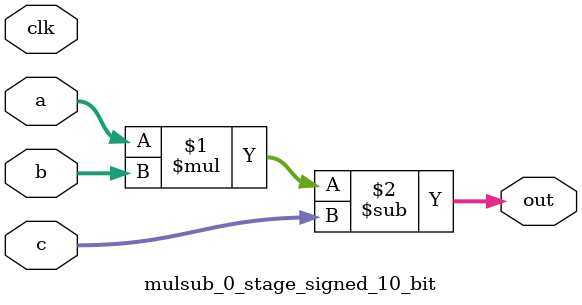
<source format=sv>
(* use_dsp = "yes" *) module mulsub_0_stage_signed_10_bit(
	input signed [9:0] a,
	input signed [9:0] b,
	input signed [9:0] c,
	output [9:0] out,
	input clk);

	assign out = (a * b) - c;
endmodule

</source>
